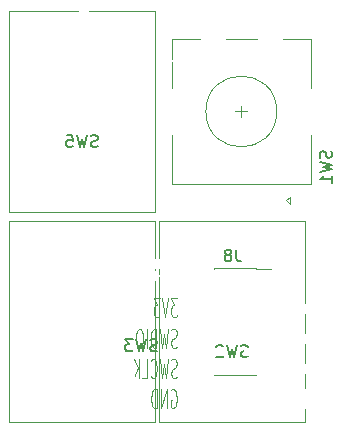
<source format=gbo>
G04 #@! TF.GenerationSoftware,KiCad,Pcbnew,9.0.2*
G04 #@! TF.CreationDate,2025-12-31T10:57:56+01:00*
G04 #@! TF.ProjectId,synthmate_L432,73796e74-686d-4617-9465-5f4c3433322e,rev?*
G04 #@! TF.SameCoordinates,Original*
G04 #@! TF.FileFunction,Legend,Bot*
G04 #@! TF.FilePolarity,Positive*
%FSLAX46Y46*%
G04 Gerber Fmt 4.6, Leading zero omitted, Abs format (unit mm)*
G04 Created by KiCad (PCBNEW 9.0.2) date 2025-12-31 10:57:56*
%MOMM*%
%LPD*%
G01*
G04 APERTURE LIST*
%ADD10C,0.100000*%
%ADD11C,0.150000*%
%ADD12C,0.120000*%
%ADD13R,1.700000X1.700000*%
%ADD14C,1.700000*%
%ADD15C,0.650000*%
%ADD16O,1.000000X2.100000*%
%ADD17O,1.000000X1.800000*%
%ADD18R,0.850000X0.850000*%
%ADD19C,0.850000*%
%ADD20C,1.000000*%
%ADD21C,1.524000*%
%ADD22R,2.000000X2.000000*%
%ADD23C,2.000000*%
%ADD24R,2.000000X3.200000*%
%ADD25R,2.400000X0.740000*%
G04 APERTURE END LIST*
D10*
X141409925Y-97081260D02*
X140914687Y-97081260D01*
X140914687Y-97081260D02*
X141181353Y-97690784D01*
X141181353Y-97690784D02*
X141067068Y-97690784D01*
X141067068Y-97690784D02*
X140990877Y-97766974D01*
X140990877Y-97766974D02*
X140952782Y-97843165D01*
X140952782Y-97843165D02*
X140914687Y-97995546D01*
X140914687Y-97995546D02*
X140914687Y-98376498D01*
X140914687Y-98376498D02*
X140952782Y-98528879D01*
X140952782Y-98528879D02*
X140990877Y-98605070D01*
X140990877Y-98605070D02*
X141067068Y-98681260D01*
X141067068Y-98681260D02*
X141295639Y-98681260D01*
X141295639Y-98681260D02*
X141371830Y-98605070D01*
X141371830Y-98605070D02*
X141409925Y-98528879D01*
X140686115Y-97081260D02*
X140419448Y-98681260D01*
X140419448Y-98681260D02*
X140152782Y-97081260D01*
X139962306Y-97081260D02*
X139467068Y-97081260D01*
X139467068Y-97081260D02*
X139733734Y-97690784D01*
X139733734Y-97690784D02*
X139619449Y-97690784D01*
X139619449Y-97690784D02*
X139543258Y-97766974D01*
X139543258Y-97766974D02*
X139505163Y-97843165D01*
X139505163Y-97843165D02*
X139467068Y-97995546D01*
X139467068Y-97995546D02*
X139467068Y-98376498D01*
X139467068Y-98376498D02*
X139505163Y-98528879D01*
X139505163Y-98528879D02*
X139543258Y-98605070D01*
X139543258Y-98605070D02*
X139619449Y-98681260D01*
X139619449Y-98681260D02*
X139848020Y-98681260D01*
X139848020Y-98681260D02*
X139924211Y-98605070D01*
X139924211Y-98605070D02*
X139962306Y-98528879D01*
X141371830Y-101180980D02*
X141257544Y-101257170D01*
X141257544Y-101257170D02*
X141067068Y-101257170D01*
X141067068Y-101257170D02*
X140990877Y-101180980D01*
X140990877Y-101180980D02*
X140952782Y-101104789D01*
X140952782Y-101104789D02*
X140914687Y-100952408D01*
X140914687Y-100952408D02*
X140914687Y-100800027D01*
X140914687Y-100800027D02*
X140952782Y-100647646D01*
X140952782Y-100647646D02*
X140990877Y-100571456D01*
X140990877Y-100571456D02*
X141067068Y-100495265D01*
X141067068Y-100495265D02*
X141219449Y-100419075D01*
X141219449Y-100419075D02*
X141295639Y-100342884D01*
X141295639Y-100342884D02*
X141333734Y-100266694D01*
X141333734Y-100266694D02*
X141371830Y-100114313D01*
X141371830Y-100114313D02*
X141371830Y-99961932D01*
X141371830Y-99961932D02*
X141333734Y-99809551D01*
X141333734Y-99809551D02*
X141295639Y-99733360D01*
X141295639Y-99733360D02*
X141219449Y-99657170D01*
X141219449Y-99657170D02*
X141028972Y-99657170D01*
X141028972Y-99657170D02*
X140914687Y-99733360D01*
X140648020Y-99657170D02*
X140457544Y-101257170D01*
X140457544Y-101257170D02*
X140305163Y-100114313D01*
X140305163Y-100114313D02*
X140152782Y-101257170D01*
X140152782Y-101257170D02*
X139962306Y-99657170D01*
X139657543Y-101257170D02*
X139657543Y-99657170D01*
X139657543Y-99657170D02*
X139467067Y-99657170D01*
X139467067Y-99657170D02*
X139352781Y-99733360D01*
X139352781Y-99733360D02*
X139276591Y-99885741D01*
X139276591Y-99885741D02*
X139238496Y-100038122D01*
X139238496Y-100038122D02*
X139200400Y-100342884D01*
X139200400Y-100342884D02*
X139200400Y-100571456D01*
X139200400Y-100571456D02*
X139238496Y-100876218D01*
X139238496Y-100876218D02*
X139276591Y-101028599D01*
X139276591Y-101028599D02*
X139352781Y-101180980D01*
X139352781Y-101180980D02*
X139467067Y-101257170D01*
X139467067Y-101257170D02*
X139657543Y-101257170D01*
X138857543Y-101257170D02*
X138857543Y-99657170D01*
X138324210Y-99657170D02*
X138171829Y-99657170D01*
X138171829Y-99657170D02*
X138095639Y-99733360D01*
X138095639Y-99733360D02*
X138019448Y-99885741D01*
X138019448Y-99885741D02*
X137981353Y-100190503D01*
X137981353Y-100190503D02*
X137981353Y-100723837D01*
X137981353Y-100723837D02*
X138019448Y-101028599D01*
X138019448Y-101028599D02*
X138095639Y-101180980D01*
X138095639Y-101180980D02*
X138171829Y-101257170D01*
X138171829Y-101257170D02*
X138324210Y-101257170D01*
X138324210Y-101257170D02*
X138400401Y-101180980D01*
X138400401Y-101180980D02*
X138476591Y-101028599D01*
X138476591Y-101028599D02*
X138514687Y-100723837D01*
X138514687Y-100723837D02*
X138514687Y-100190503D01*
X138514687Y-100190503D02*
X138476591Y-99885741D01*
X138476591Y-99885741D02*
X138400401Y-99733360D01*
X138400401Y-99733360D02*
X138324210Y-99657170D01*
X141371830Y-103756890D02*
X141257544Y-103833080D01*
X141257544Y-103833080D02*
X141067068Y-103833080D01*
X141067068Y-103833080D02*
X140990877Y-103756890D01*
X140990877Y-103756890D02*
X140952782Y-103680699D01*
X140952782Y-103680699D02*
X140914687Y-103528318D01*
X140914687Y-103528318D02*
X140914687Y-103375937D01*
X140914687Y-103375937D02*
X140952782Y-103223556D01*
X140952782Y-103223556D02*
X140990877Y-103147366D01*
X140990877Y-103147366D02*
X141067068Y-103071175D01*
X141067068Y-103071175D02*
X141219449Y-102994985D01*
X141219449Y-102994985D02*
X141295639Y-102918794D01*
X141295639Y-102918794D02*
X141333734Y-102842604D01*
X141333734Y-102842604D02*
X141371830Y-102690223D01*
X141371830Y-102690223D02*
X141371830Y-102537842D01*
X141371830Y-102537842D02*
X141333734Y-102385461D01*
X141333734Y-102385461D02*
X141295639Y-102309270D01*
X141295639Y-102309270D02*
X141219449Y-102233080D01*
X141219449Y-102233080D02*
X141028972Y-102233080D01*
X141028972Y-102233080D02*
X140914687Y-102309270D01*
X140648020Y-102233080D02*
X140457544Y-103833080D01*
X140457544Y-103833080D02*
X140305163Y-102690223D01*
X140305163Y-102690223D02*
X140152782Y-103833080D01*
X140152782Y-103833080D02*
X139962306Y-102233080D01*
X139200400Y-103680699D02*
X139238496Y-103756890D01*
X139238496Y-103756890D02*
X139352781Y-103833080D01*
X139352781Y-103833080D02*
X139428972Y-103833080D01*
X139428972Y-103833080D02*
X139543258Y-103756890D01*
X139543258Y-103756890D02*
X139619448Y-103604509D01*
X139619448Y-103604509D02*
X139657543Y-103452128D01*
X139657543Y-103452128D02*
X139695639Y-103147366D01*
X139695639Y-103147366D02*
X139695639Y-102918794D01*
X139695639Y-102918794D02*
X139657543Y-102614032D01*
X139657543Y-102614032D02*
X139619448Y-102461651D01*
X139619448Y-102461651D02*
X139543258Y-102309270D01*
X139543258Y-102309270D02*
X139428972Y-102233080D01*
X139428972Y-102233080D02*
X139352781Y-102233080D01*
X139352781Y-102233080D02*
X139238496Y-102309270D01*
X139238496Y-102309270D02*
X139200400Y-102385461D01*
X138476591Y-103833080D02*
X138857543Y-103833080D01*
X138857543Y-103833080D02*
X138857543Y-102233080D01*
X138209924Y-103833080D02*
X138209924Y-102233080D01*
X137752781Y-103833080D02*
X138095639Y-102918794D01*
X137752781Y-102233080D02*
X138209924Y-103147366D01*
X140914687Y-104885180D02*
X140990877Y-104808990D01*
X140990877Y-104808990D02*
X141105163Y-104808990D01*
X141105163Y-104808990D02*
X141219449Y-104885180D01*
X141219449Y-104885180D02*
X141295639Y-105037561D01*
X141295639Y-105037561D02*
X141333734Y-105189942D01*
X141333734Y-105189942D02*
X141371830Y-105494704D01*
X141371830Y-105494704D02*
X141371830Y-105723276D01*
X141371830Y-105723276D02*
X141333734Y-106028038D01*
X141333734Y-106028038D02*
X141295639Y-106180419D01*
X141295639Y-106180419D02*
X141219449Y-106332800D01*
X141219449Y-106332800D02*
X141105163Y-106408990D01*
X141105163Y-106408990D02*
X141028972Y-106408990D01*
X141028972Y-106408990D02*
X140914687Y-106332800D01*
X140914687Y-106332800D02*
X140876591Y-106256609D01*
X140876591Y-106256609D02*
X140876591Y-105723276D01*
X140876591Y-105723276D02*
X141028972Y-105723276D01*
X140533734Y-106408990D02*
X140533734Y-104808990D01*
X140533734Y-104808990D02*
X140076591Y-106408990D01*
X140076591Y-106408990D02*
X140076591Y-104808990D01*
X139695639Y-106408990D02*
X139695639Y-104808990D01*
X139695639Y-104808990D02*
X139505163Y-104808990D01*
X139505163Y-104808990D02*
X139390877Y-104885180D01*
X139390877Y-104885180D02*
X139314687Y-105037561D01*
X139314687Y-105037561D02*
X139276592Y-105189942D01*
X139276592Y-105189942D02*
X139238496Y-105494704D01*
X139238496Y-105494704D02*
X139238496Y-105723276D01*
X139238496Y-105723276D02*
X139276592Y-106028038D01*
X139276592Y-106028038D02*
X139314687Y-106180419D01*
X139314687Y-106180419D02*
X139390877Y-106332800D01*
X139390877Y-106332800D02*
X139505163Y-106408990D01*
X139505163Y-106408990D02*
X139695639Y-106408990D01*
D11*
X139695832Y-101527200D02*
X139552975Y-101574819D01*
X139552975Y-101574819D02*
X139314880Y-101574819D01*
X139314880Y-101574819D02*
X139219642Y-101527200D01*
X139219642Y-101527200D02*
X139172023Y-101479580D01*
X139172023Y-101479580D02*
X139124404Y-101384342D01*
X139124404Y-101384342D02*
X139124404Y-101289104D01*
X139124404Y-101289104D02*
X139172023Y-101193866D01*
X139172023Y-101193866D02*
X139219642Y-101146247D01*
X139219642Y-101146247D02*
X139314880Y-101098628D01*
X139314880Y-101098628D02*
X139505356Y-101051009D01*
X139505356Y-101051009D02*
X139600594Y-101003390D01*
X139600594Y-101003390D02*
X139648213Y-100955771D01*
X139648213Y-100955771D02*
X139695832Y-100860533D01*
X139695832Y-100860533D02*
X139695832Y-100765295D01*
X139695832Y-100765295D02*
X139648213Y-100670057D01*
X139648213Y-100670057D02*
X139600594Y-100622438D01*
X139600594Y-100622438D02*
X139505356Y-100574819D01*
X139505356Y-100574819D02*
X139267261Y-100574819D01*
X139267261Y-100574819D02*
X139124404Y-100622438D01*
X138791070Y-100574819D02*
X138552975Y-101574819D01*
X138552975Y-101574819D02*
X138362499Y-100860533D01*
X138362499Y-100860533D02*
X138172023Y-101574819D01*
X138172023Y-101574819D02*
X137933928Y-100574819D01*
X137648213Y-100574819D02*
X137029166Y-100574819D01*
X137029166Y-100574819D02*
X137362499Y-100955771D01*
X137362499Y-100955771D02*
X137219642Y-100955771D01*
X137219642Y-100955771D02*
X137124404Y-101003390D01*
X137124404Y-101003390D02*
X137076785Y-101051009D01*
X137076785Y-101051009D02*
X137029166Y-101146247D01*
X137029166Y-101146247D02*
X137029166Y-101384342D01*
X137029166Y-101384342D02*
X137076785Y-101479580D01*
X137076785Y-101479580D02*
X137124404Y-101527200D01*
X137124404Y-101527200D02*
X137219642Y-101574819D01*
X137219642Y-101574819D02*
X137505356Y-101574819D01*
X137505356Y-101574819D02*
X137600594Y-101527200D01*
X137600594Y-101527200D02*
X137648213Y-101479580D01*
X147383332Y-102007200D02*
X147240475Y-102054819D01*
X147240475Y-102054819D02*
X147002380Y-102054819D01*
X147002380Y-102054819D02*
X146907142Y-102007200D01*
X146907142Y-102007200D02*
X146859523Y-101959580D01*
X146859523Y-101959580D02*
X146811904Y-101864342D01*
X146811904Y-101864342D02*
X146811904Y-101769104D01*
X146811904Y-101769104D02*
X146859523Y-101673866D01*
X146859523Y-101673866D02*
X146907142Y-101626247D01*
X146907142Y-101626247D02*
X147002380Y-101578628D01*
X147002380Y-101578628D02*
X147192856Y-101531009D01*
X147192856Y-101531009D02*
X147288094Y-101483390D01*
X147288094Y-101483390D02*
X147335713Y-101435771D01*
X147335713Y-101435771D02*
X147383332Y-101340533D01*
X147383332Y-101340533D02*
X147383332Y-101245295D01*
X147383332Y-101245295D02*
X147335713Y-101150057D01*
X147335713Y-101150057D02*
X147288094Y-101102438D01*
X147288094Y-101102438D02*
X147192856Y-101054819D01*
X147192856Y-101054819D02*
X146954761Y-101054819D01*
X146954761Y-101054819D02*
X146811904Y-101102438D01*
X146478570Y-101054819D02*
X146240475Y-102054819D01*
X146240475Y-102054819D02*
X146049999Y-101340533D01*
X146049999Y-101340533D02*
X145859523Y-102054819D01*
X145859523Y-102054819D02*
X145621428Y-101054819D01*
X145288094Y-101150057D02*
X145240475Y-101102438D01*
X145240475Y-101102438D02*
X145145237Y-101054819D01*
X145145237Y-101054819D02*
X144907142Y-101054819D01*
X144907142Y-101054819D02*
X144811904Y-101102438D01*
X144811904Y-101102438D02*
X144764285Y-101150057D01*
X144764285Y-101150057D02*
X144716666Y-101245295D01*
X144716666Y-101245295D02*
X144716666Y-101340533D01*
X144716666Y-101340533D02*
X144764285Y-101483390D01*
X144764285Y-101483390D02*
X145335713Y-102054819D01*
X145335713Y-102054819D02*
X144716666Y-102054819D01*
X154467200Y-84636667D02*
X154514819Y-84779524D01*
X154514819Y-84779524D02*
X154514819Y-85017619D01*
X154514819Y-85017619D02*
X154467200Y-85112857D01*
X154467200Y-85112857D02*
X154419580Y-85160476D01*
X154419580Y-85160476D02*
X154324342Y-85208095D01*
X154324342Y-85208095D02*
X154229104Y-85208095D01*
X154229104Y-85208095D02*
X154133866Y-85160476D01*
X154133866Y-85160476D02*
X154086247Y-85112857D01*
X154086247Y-85112857D02*
X154038628Y-85017619D01*
X154038628Y-85017619D02*
X153991009Y-84827143D01*
X153991009Y-84827143D02*
X153943390Y-84731905D01*
X153943390Y-84731905D02*
X153895771Y-84684286D01*
X153895771Y-84684286D02*
X153800533Y-84636667D01*
X153800533Y-84636667D02*
X153705295Y-84636667D01*
X153705295Y-84636667D02*
X153610057Y-84684286D01*
X153610057Y-84684286D02*
X153562438Y-84731905D01*
X153562438Y-84731905D02*
X153514819Y-84827143D01*
X153514819Y-84827143D02*
X153514819Y-85065238D01*
X153514819Y-85065238D02*
X153562438Y-85208095D01*
X153514819Y-85541429D02*
X154514819Y-85779524D01*
X154514819Y-85779524D02*
X153800533Y-85970000D01*
X153800533Y-85970000D02*
X154514819Y-86160476D01*
X154514819Y-86160476D02*
X153514819Y-86398572D01*
X154514819Y-87303333D02*
X154514819Y-86731905D01*
X154514819Y-87017619D02*
X153514819Y-87017619D01*
X153514819Y-87017619D02*
X153657676Y-86922381D01*
X153657676Y-86922381D02*
X153752914Y-86827143D01*
X153752914Y-86827143D02*
X153800533Y-86731905D01*
X146448333Y-92959819D02*
X146448333Y-93674104D01*
X146448333Y-93674104D02*
X146495952Y-93816961D01*
X146495952Y-93816961D02*
X146591190Y-93912200D01*
X146591190Y-93912200D02*
X146734047Y-93959819D01*
X146734047Y-93959819D02*
X146829285Y-93959819D01*
X145829285Y-93388390D02*
X145924523Y-93340771D01*
X145924523Y-93340771D02*
X145972142Y-93293152D01*
X145972142Y-93293152D02*
X146019761Y-93197914D01*
X146019761Y-93197914D02*
X146019761Y-93150295D01*
X146019761Y-93150295D02*
X145972142Y-93055057D01*
X145972142Y-93055057D02*
X145924523Y-93007438D01*
X145924523Y-93007438D02*
X145829285Y-92959819D01*
X145829285Y-92959819D02*
X145638809Y-92959819D01*
X145638809Y-92959819D02*
X145543571Y-93007438D01*
X145543571Y-93007438D02*
X145495952Y-93055057D01*
X145495952Y-93055057D02*
X145448333Y-93150295D01*
X145448333Y-93150295D02*
X145448333Y-93197914D01*
X145448333Y-93197914D02*
X145495952Y-93293152D01*
X145495952Y-93293152D02*
X145543571Y-93340771D01*
X145543571Y-93340771D02*
X145638809Y-93388390D01*
X145638809Y-93388390D02*
X145829285Y-93388390D01*
X145829285Y-93388390D02*
X145924523Y-93436009D01*
X145924523Y-93436009D02*
X145972142Y-93483628D01*
X145972142Y-93483628D02*
X146019761Y-93578866D01*
X146019761Y-93578866D02*
X146019761Y-93769342D01*
X146019761Y-93769342D02*
X145972142Y-93864580D01*
X145972142Y-93864580D02*
X145924523Y-93912200D01*
X145924523Y-93912200D02*
X145829285Y-93959819D01*
X145829285Y-93959819D02*
X145638809Y-93959819D01*
X145638809Y-93959819D02*
X145543571Y-93912200D01*
X145543571Y-93912200D02*
X145495952Y-93864580D01*
X145495952Y-93864580D02*
X145448333Y-93769342D01*
X145448333Y-93769342D02*
X145448333Y-93578866D01*
X145448333Y-93578866D02*
X145495952Y-93483628D01*
X145495952Y-93483628D02*
X145543571Y-93436009D01*
X145543571Y-93436009D02*
X145638809Y-93388390D01*
X134683332Y-84227200D02*
X134540475Y-84274819D01*
X134540475Y-84274819D02*
X134302380Y-84274819D01*
X134302380Y-84274819D02*
X134207142Y-84227200D01*
X134207142Y-84227200D02*
X134159523Y-84179580D01*
X134159523Y-84179580D02*
X134111904Y-84084342D01*
X134111904Y-84084342D02*
X134111904Y-83989104D01*
X134111904Y-83989104D02*
X134159523Y-83893866D01*
X134159523Y-83893866D02*
X134207142Y-83846247D01*
X134207142Y-83846247D02*
X134302380Y-83798628D01*
X134302380Y-83798628D02*
X134492856Y-83751009D01*
X134492856Y-83751009D02*
X134588094Y-83703390D01*
X134588094Y-83703390D02*
X134635713Y-83655771D01*
X134635713Y-83655771D02*
X134683332Y-83560533D01*
X134683332Y-83560533D02*
X134683332Y-83465295D01*
X134683332Y-83465295D02*
X134635713Y-83370057D01*
X134635713Y-83370057D02*
X134588094Y-83322438D01*
X134588094Y-83322438D02*
X134492856Y-83274819D01*
X134492856Y-83274819D02*
X134254761Y-83274819D01*
X134254761Y-83274819D02*
X134111904Y-83322438D01*
X133778570Y-83274819D02*
X133540475Y-84274819D01*
X133540475Y-84274819D02*
X133349999Y-83560533D01*
X133349999Y-83560533D02*
X133159523Y-84274819D01*
X133159523Y-84274819D02*
X132921428Y-83274819D01*
X132064285Y-83274819D02*
X132540475Y-83274819D01*
X132540475Y-83274819D02*
X132588094Y-83751009D01*
X132588094Y-83751009D02*
X132540475Y-83703390D01*
X132540475Y-83703390D02*
X132445237Y-83655771D01*
X132445237Y-83655771D02*
X132207142Y-83655771D01*
X132207142Y-83655771D02*
X132111904Y-83703390D01*
X132111904Y-83703390D02*
X132064285Y-83751009D01*
X132064285Y-83751009D02*
X132016666Y-83846247D01*
X132016666Y-83846247D02*
X132016666Y-84084342D01*
X132016666Y-84084342D02*
X132064285Y-84179580D01*
X132064285Y-84179580D02*
X132111904Y-84227200D01*
X132111904Y-84227200D02*
X132207142Y-84274819D01*
X132207142Y-84274819D02*
X132445237Y-84274819D01*
X132445237Y-84274819D02*
X132540475Y-84227200D01*
X132540475Y-84227200D02*
X132588094Y-84179580D01*
D12*
G04 #@! TO.C,SW3*
X127175000Y-90560000D02*
X127175000Y-107560000D01*
X127175000Y-107560000D02*
X139525000Y-107560000D01*
X139525000Y-90560000D02*
X127175000Y-90560000D01*
X139525000Y-107560000D02*
X139525000Y-90560000D01*
G04 #@! TO.C,SW2*
X139875000Y-90560000D02*
X139875000Y-107560000D01*
X139875000Y-107560000D02*
X152225000Y-107560000D01*
X152225000Y-90560000D02*
X139875000Y-90560000D01*
X152225000Y-107560000D02*
X152225000Y-90560000D01*
G04 #@! TO.C,SW1*
X140960000Y-75170000D02*
X140960000Y-79270000D01*
X140960000Y-83270000D02*
X140960000Y-87370000D01*
X143360000Y-75170000D02*
X140960000Y-75170000D01*
X146860000Y-81770000D02*
X146860000Y-80770000D01*
X147360000Y-81270000D02*
X146360000Y-81270000D01*
X148160000Y-75170000D02*
X145560000Y-75170000D01*
X150660000Y-88770000D02*
X150960000Y-89070000D01*
X150960000Y-88470000D02*
X150660000Y-88770000D01*
X150960000Y-89070000D02*
X150960000Y-88470000D01*
X152760000Y-75170000D02*
X150360000Y-75170000D01*
X152760000Y-79270000D02*
X152760000Y-75170000D01*
X152760000Y-83270000D02*
X152760000Y-87370000D01*
X152760000Y-87370000D02*
X140960000Y-87370000D01*
X149860000Y-81270000D02*
G75*
G02*
X143860000Y-81270000I-3000000J0D01*
G01*
X143860000Y-81270000D02*
G75*
G02*
X149860000Y-81270000I3000000J0D01*
G01*
G04 #@! TO.C,J8*
X144505000Y-94505000D02*
X144505000Y-94570000D01*
X144505000Y-103550000D02*
X144505000Y-103615000D01*
X148135000Y-94505000D02*
X144505000Y-94505000D01*
X148135000Y-94505000D02*
X148135000Y-94570000D01*
X148135000Y-103550000D02*
X148135000Y-103615000D01*
X148135000Y-103615000D02*
X144505000Y-103615000D01*
X149410000Y-94570000D02*
X148135000Y-94570000D01*
G04 #@! TO.C,SW5*
X127175000Y-72780000D02*
X127175000Y-89780000D01*
X127175000Y-89780000D02*
X139525000Y-89780000D01*
X139525000Y-72780000D02*
X127175000Y-72780000D01*
X139525000Y-89780000D02*
X139525000Y-72780000D01*
G04 #@! TD*
%LPC*%
D13*
G04 #@! TO.C,J5*
X151610000Y-105600000D03*
D14*
X151610000Y-103060000D03*
X151610000Y-100520000D03*
X151610000Y-97980000D03*
G04 #@! TD*
D15*
G04 #@! TO.C,J1*
X140770000Y-77030000D03*
X134990000Y-77030000D03*
D16*
X142200000Y-77530000D03*
D17*
X142200000Y-73350000D03*
D16*
X133560000Y-77530000D03*
D17*
X133560000Y-73350000D03*
G04 #@! TD*
D18*
G04 #@! TO.C,J3*
X139550000Y-94170000D03*
D19*
X139550000Y-95170000D03*
G04 #@! TD*
D20*
G04 #@! TO.C,SW3*
X137160000Y-106680000D03*
X129540000Y-91440000D03*
D21*
X137160000Y-99060000D03*
X137160000Y-104140000D03*
X129540000Y-99060000D03*
X129540000Y-104140000D03*
G04 #@! TD*
D20*
G04 #@! TO.C,SW2*
X149860000Y-106680000D03*
X142240000Y-91440000D03*
D21*
X149860000Y-99060000D03*
X149860000Y-104140000D03*
X142240000Y-99060000D03*
X142240000Y-104140000D03*
G04 #@! TD*
D22*
G04 #@! TO.C,SW1*
X149360000Y-88770000D03*
D23*
X144360000Y-88770000D03*
X146860000Y-88770000D03*
D24*
X141260000Y-81270000D03*
X152280000Y-81270000D03*
D23*
X144360000Y-74270000D03*
X149360000Y-74270000D03*
G04 #@! TD*
D25*
G04 #@! TO.C,J8*
X148270000Y-95250000D03*
X144370000Y-95250000D03*
X148270000Y-96520000D03*
X144370000Y-96520000D03*
X148270000Y-97790000D03*
X144370000Y-97790000D03*
X148270000Y-99060000D03*
X144370000Y-99060000D03*
X148270000Y-100330000D03*
X144370000Y-100330000D03*
X148270000Y-101600000D03*
X144370000Y-101600000D03*
X148270000Y-102870000D03*
X144370000Y-102870000D03*
G04 #@! TD*
D20*
G04 #@! TO.C,SW5*
X137160000Y-88900000D03*
X129540000Y-73660000D03*
D21*
X137160000Y-81280000D03*
X137160000Y-86360000D03*
X129540000Y-81280000D03*
X129540000Y-86360000D03*
G04 #@! TD*
%LPD*%
M02*

</source>
